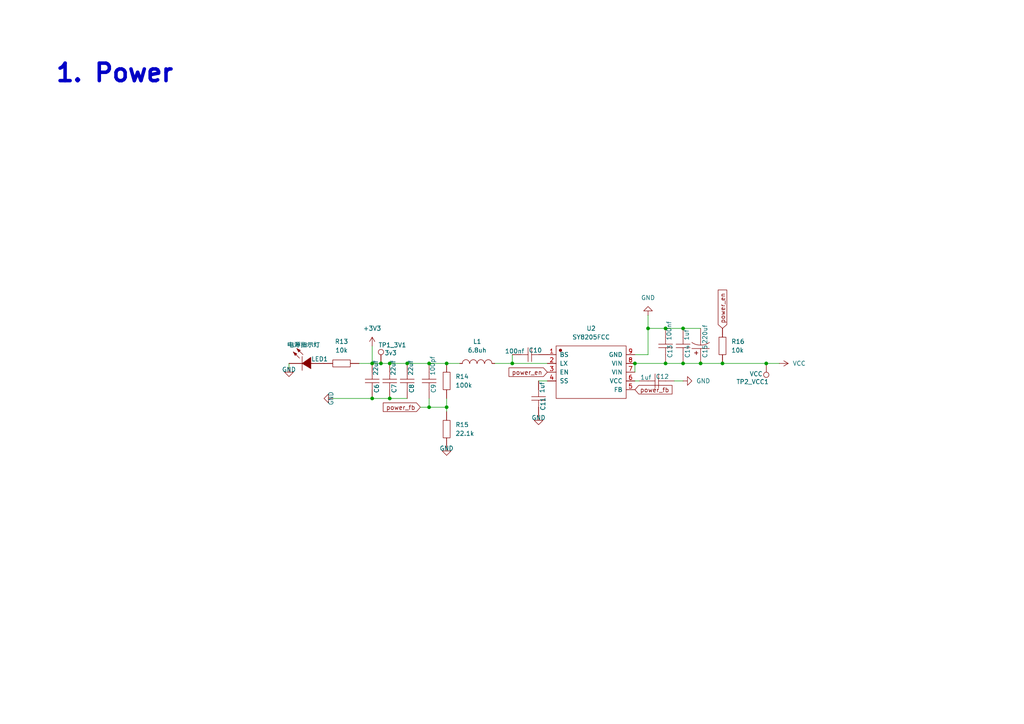
<source format=kicad_sch>
(kicad_sch (version 20231120) (generator "eeschema") (generator_version "8.0")
  (paper "A4")
  (lib_symbols
    (symbol "Connector:TestPoint" (pin_numbers hide) (pin_names (offset 0.762) hide)
      (property "Reference" "TP" (at 0 6.858 0))
      (property "Value" "TestPoint" (at 0 5.08 0))
      (symbol "TestPoint_0_1"
        (circle (center 0 3.302) (radius 0.762))
      )
      (symbol "TestPoint_1_1"
        (pin passive line (at 0 0 90) (length 2.54) (name "1") (number "1"))
      )
    )
    (symbol "EG2134_single_motor_drive:FC-2012HRK-620D" (pin_numbers hide) (pin_names (offset 1.016) hide)
      (property "Reference" "LED" (at -4.572 5.08 0))
      (property "Value" "FC-2012HRK-620D" (at 0.508 -3.302 0))
      (symbol "FC-2012HRK-620D_1_1"
        (polyline (pts (xy -2.032 1.524) (xy -3.81 3.302)) (stroke (width 0.1524)))
        (polyline (pts (xy -1.27 2.032) (xy -1.27 -2.032)) (stroke (width 0.1524)))
        (polyline (pts (xy -1.016 2.54) (xy -2.794 4.318)) (stroke (width 0.1524)))
        (polyline (pts (xy -3.81 3.302) (xy -2.794 2.794) (xy -3.302 2.286) (xy -3.81 3.302)) (stroke (width 0.1524)) (fill (type outline)))
        (polyline (pts (xy -2.794 4.318) (xy -1.778 3.81) (xy -2.286 3.302) (xy -2.794 4.318)) (stroke (width 0.1524)) (fill (type outline)))
        (polyline (pts (xy 1.27 -1.524) (xy -1.27 0) (xy 1.27 1.778) (xy 1.27 -1.524)) (stroke (width 0.1524)) (fill (type outline)))
        (pin input line (at 5.08 0 180) (length 3.81) (name "+") (number "1"))
        (pin input line (at -5.08 0 0) (length 3.81) (name "-") (number "2"))
      )
    )
    (symbol "EG2134_single_motor_drive:FNR6045S6R8MT" (pin_numbers hide) (pin_names (offset 1.016) hide)
      (property "Reference" "L" (at -4.572 2.286 0))
      (property "Value" "FNR6045S6R8MT" (at -0.254 -1.524 0))
      (symbol "FNR6045S6R8MT_1_1"
        (polyline (pts (xy -4.2926 0) (xy -4.2926 0.2032) (xy -4.2672 0.381) (xy -4.191 0.5588) (xy -4.064 0.7366) (xy -3.937 0.8636) (xy -3.7592 0.9652) (xy -3.5814 1.0414) (xy -3.3782 1.0922) (xy -3.175 1.0922) (xy -2.9972 1.0414) (xy -2.794 0.9652) (xy -2.6416 0.8636) (xy -2.4892 0.7112) (xy -2.3876 0.5588) (xy -2.3114 0.381) (xy -2.286 0.1778) (xy -2.286 0)) (stroke (width 0.1524)))
        (polyline (pts (xy -2.1336 0) (xy -2.1336 0.2032) (xy -2.1082 0.381) (xy -2.032 0.5588) (xy -1.905 0.7366) (xy -1.778 0.8636) (xy -1.6002 0.9652) (xy -1.4224 1.0414) (xy -1.2192 1.0922) (xy -1.0414 1.0922) (xy -0.8382 1.0414) (xy -0.6604 0.9652) (xy -0.4826 0.8636) (xy -0.3556 0.7112) (xy -0.2286 0.5588) (xy -0.1524 0.381) (xy -0.127 0.1778) (xy -0.127 0)) (stroke (width 0.1524)))
        (polyline (pts (xy 0 0) (xy 0 0.2032) (xy 0.0508 0.381) (xy 0.127 0.5588) (xy 0.2286 0.7366) (xy 0.381 0.8636) (xy 0.5334 0.9652) (xy 0.7366 1.0414) (xy 0.9144 1.0922) (xy 1.1176 1.0922) (xy 1.3208 1.0414) (xy 1.4986 0.9652) (xy 1.6764 0.8636) (xy 1.8034 0.7112) (xy 1.905 0.5588) (xy 1.9812 0.381) (xy 2.032 0.1778) (xy 2.032 0)) (stroke (width 0.1524)))
        (polyline (pts (xy 2.1844 0) (xy 2.2098 0.2032) (xy 2.2352 0.381) (xy 2.3114 0.5588) (xy 2.4384 0.7366) (xy 2.5654 0.8636) (xy 2.7432 0.9652) (xy 2.921 1.0414) (xy 3.1242 1.0922) (xy 3.302 1.0922) (xy 3.5052 1.0414) (xy 3.683 0.9652) (xy 3.8608 0.8636) (xy 3.9878 0.7112) (xy 4.1148 0.5588) (xy 4.191 0.381) (xy 4.2164 0.1778) (xy 4.2164 0)) (stroke (width 0.1524)))
        (pin input line (at -5.08 0 0) (length 0.762) (name "1") (number "1"))
        (pin input line (at 5.08 0 180) (length 0.762) (name "2") (number "2"))
      )
    )
    (symbol "EG2134_single_motor_drive:SY8205FCC" (pin_names (offset 1.016))
      (property "Reference" "U" (at -8.89 9.144 0))
      (property "Value" "SY8205FCC" (at 0 -9.144 0))
      (symbol "SY8205FCC_1_1"
        (rectangle (start -10.16 7.62) (end 10.16 -7.62) (stroke (width 0.1524)))
        (circle (center -8.89 6.35) (radius 0.381) (stroke (width 0.1524)) (fill (type outline)))
        (pin input line (at -12.7 5.08 0) (length 2.54) (name "BS") (number "1"))
        (pin input line (at -12.7 2.54 0) (length 2.54) (name "LX") (number "2"))
        (pin input line (at -12.7 0 0) (length 2.54) (name "EN") (number "3"))
        (pin input line (at -12.7 -2.54 0) (length 2.54) (name "SS") (number "4"))
        (pin input line (at 12.7 -5.08 180) (length 2.54) (name "FB") (number "5"))
        (pin input line (at 12.7 -2.54 180) (length 2.54) (name "VCC") (number "6"))
        (pin input line (at 12.7 0 180) (length 2.54) (name "VIN") (number "7"))
        (pin input line (at 12.7 2.54 180) (length 2.54) (name "VIN") (number "8"))
        (pin input line (at 12.7 5.08 180) (length 2.54) (name "GND") (number "9"))
      )
    )
    (symbol "EG2134_single_motor_drive:cap" (pin_numbers hide) (pin_names (offset 1.016) hide)
      (property "Reference" "C" (at -4.064 1.27 0))
      (property "Value" "cap" (at 2.286 1.27 0))
      (symbol "cap_1_1"
        (polyline (pts (xy -0.508 -2.032) (xy -0.508 2.032)) (stroke (width 0.1524)))
        (polyline (pts (xy -0.508 0) (xy -2.54 0)) (stroke (width 0.1524)))
        (polyline (pts (xy 0.508 2.032) (xy 0.508 -2.032)) (stroke (width 0.1524)))
        (polyline (pts (xy 2.54 0) (xy 0.508 0)) (stroke (width 0.1524)))
        (pin input line (at -5.08 0 0) (length 2.54) (name "1") (number "1"))
        (pin input line (at 5.08 0 180) (length 2.54) (name "2") (number "2"))
      )
    )
    (symbol "EG2134_single_motor_drive:cap_pol" (pin_numbers hide) (pin_names (offset 1.016) hide)
      (property "Reference" "C" (at -3.81 1.524 0))
      (property "Value" "cap_pol" (at 4.826 1.778 0))
      (symbol "cap_pol_1_1"
        (rectangle (start -2.54 1.27) (end -1.524 1.2192) (stroke (width 0.1524)) (fill (type outline)))
        (rectangle (start -2.032 1.778) (end -2.0066 0.762) (stroke (width 0.1524)) (fill (type outline)))
        (polyline (pts (xy -0.762 2.54) (xy -0.762 -2.54)) (stroke (width 0.1524)))
        (arc (start 0.254 -0.0254) (mid 0.426 -1.3574) (end 1.016 -2.5654) (stroke (width 0.1524)))
        (arc (start 1.016 2.54) (mid 0.4182 1.3339) (end 0.254 0) (stroke (width 0.1524)))
        (pin input line (at -5.08 0 0) (length 4.318) (name "1") (number "1"))
        (pin input line (at 5.08 0 180) (length 4.826) (name "2") (number "2"))
      )
    )
    (symbol "EG2134_single_motor_drive:res" (pin_numbers hide) (pin_names (offset 1.016) hide)
      (property "Reference" "R" (at -2.032 2.032 0))
      (property "Value" "val" (at -0.254 -2.032 0))
      (symbol "res_1_1"
        (rectangle (start -2.54 1.016) (end 2.54 -1.016) (stroke (width 0.1524)))
        (pin input line (at -5.08 0 0) (length 2.54) (name "1") (number "1"))
        (pin input line (at 5.08 0 180) (length 2.54) (name "2") (number "2"))
      )
    )
    (symbol "power:+3V3" (power) (pin_numbers hide) (pin_names (offset 0) hide)
      (property "Value" "+3V3" (at 0 3.556 0))
      (symbol "+3V3_0_1"
        (polyline (pts (xy -0.762 1.27) (xy 0 2.54)))
        (polyline (pts (xy 0 0) (xy 0 2.54)))
        (polyline (pts (xy 0 2.54) (xy 0.762 1.27)))
      )
      (symbol "+3V3_1_1"
        (pin power_in line (at 0 0 90) (length 0) (name "~") (number "1"))
      )
    )
    (symbol "power:GND" (power) (pin_numbers hide) (pin_names (offset 0) hide)
      (property "Value" "GND" (at 0 -3.81 0))
      (symbol "GND_0_1"
        (polyline (pts (xy 0 0) (xy 0 -1.27) (xy 1.27 -1.27) (xy 0 -2.54) (xy -1.27 -1.27) (xy 0 -1.27)))
      )
      (symbol "GND_1_1"
        (pin power_in line (at 0 0 270) (length 0) (name "~") (number "1"))
      )
    )
    (symbol "power:VCC" (power) (pin_numbers hide) (pin_names (offset 0) hide)
      (property "Value" "VCC" (at 0 3.556 0))
      (symbol "VCC_0_1"
        (polyline (pts (xy -0.762 1.27) (xy 0 2.54)))
        (polyline (pts (xy 0 0) (xy 0 2.54)))
        (polyline (pts (xy 0 2.54) (xy 0.762 1.27)))
      )
      (symbol "VCC_1_1"
        (pin power_in line (at 0 0 90) (length 0) (name "~") (number "1"))
      )
    )
  )
  (junction (at 107.95 105.41))
  (junction (at 148.59 105.41))
  (junction (at 198.12 105.41))
  (junction (at 193.04 95.25))
  (junction (at 110.49 105.41))
  (junction (at 129.54 118.11))
  (junction (at 222.25 105.41))
  (junction (at 187.96 95.25))
  (junction (at 118.11 105.41))
  (junction (at 113.03 105.41))
  (junction (at 129.54 105.41))
  (junction (at 193.04 105.41))
  (junction (at 113.03 115.57))
  (junction (at 124.46 118.11))
  (junction (at 203.2 105.41))
  (junction (at 124.46 105.41))
  (junction (at 107.95 115.57))
  (junction (at 198.12 95.25))
  (junction (at 209.55 105.41))
  (junction (at 184.15 105.41))
  (wire (pts (xy 198.12 95.25) (xy 203.2 95.25)))
  (wire (pts (xy 129.54 118.11) (xy 129.54 115.57)))
  (wire (pts (xy 107.95 115.57) (xy 113.03 115.57)))
  (wire (pts (xy 110.49 105.41) (xy 113.03 105.41)))
  (wire (pts (xy 143.51 105.41) (xy 148.59 105.41)))
  (wire (pts (xy 121.92 118.11) (xy 124.46 118.11)))
  (wire (pts (xy 129.54 105.41) (xy 133.35 105.41)))
  (wire (pts (xy 107.95 100.33) (xy 107.95 105.41)))
  (wire (pts (xy 104.14 105.41) (xy 107.95 105.41)))
  (wire (pts (xy 226.06 105.41) (xy 222.25 105.41)))
  (wire (pts (xy 83.82 106.68) (xy 83.82 105.41)))
  (wire (pts (xy 187.96 95.25) (xy 187.96 102.87)))
  (wire (pts (xy 148.59 102.87) (xy 148.59 105.41)))
  (wire (pts (xy 193.04 95.25) (xy 198.12 95.25)))
  (wire (pts (xy 184.15 105.41) (xy 193.04 105.41)))
  (wire (pts (xy 187.96 95.25) (xy 193.04 95.25)))
  (wire (pts (xy 187.96 102.87) (xy 184.15 102.87)))
  (wire (pts (xy 129.54 119.38) (xy 129.54 118.11)))
  (wire (pts (xy 209.55 105.41) (xy 203.2 105.41)))
  (wire (pts (xy 148.59 105.41) (xy 158.75 105.41)))
  (wire (pts (xy 124.46 115.57) (xy 124.46 118.11)))
  (wire (pts (xy 198.12 110.49) (xy 195.58 110.49)))
  (wire (pts (xy 156.21 110.49) (xy 158.75 110.49)))
  (wire (pts (xy 113.03 115.57) (xy 118.11 115.57)))
  (wire (pts (xy 124.46 105.41) (xy 129.54 105.41)))
  (wire (pts (xy 124.46 118.11) (xy 129.54 118.11)))
  (wire (pts (xy 118.11 105.41) (xy 124.46 105.41)))
  (wire (pts (xy 185.42 110.49) (xy 184.15 110.49)))
  (wire (pts (xy 222.25 105.41) (xy 209.55 105.41)))
  (wire (pts (xy 107.95 105.41) (xy 110.49 105.41)))
  (wire (pts (xy 193.04 105.41) (xy 198.12 105.41)))
  (wire (pts (xy 198.12 105.41) (xy 203.2 105.41)))
  (wire (pts (xy 187.96 91.44) (xy 187.96 95.25)))
  (wire (pts (xy 184.15 105.41) (xy 184.15 107.95)))
  (wire (pts (xy 113.03 105.41) (xy 118.11 105.41)))
  (wire (pts (xy 96.52 115.57) (xy 107.95 115.57)))
  (text "1. Power" (at 33.274 21.336 0) (effects (font (size 5.08 5.08) (thickness 1.016) (bold yes))))
  (global_label "power_en" (shape input) (at 209.55 95.25 90) (property "Intersheetrefs" "${INTERSHEET_REFS}" (effects (hide yes))))
  (global_label "power_fb" (shape input) (at 121.92 118.11 180) (property "Intersheetrefs" "${INTERSHEET_REFS}" (effects (hide yes))))
  (global_label "power_fb" (shape input) (at 184.15 113.03 0) (property "Intersheetrefs" "${INTERSHEET_REFS}" (effects (hide yes))))
  (global_label "power_en" (shape input) (at 158.75 107.95 180) (property "Intersheetrefs" "${INTERSHEET_REFS}" (effects (hide yes))))
  (symbol (lib_id "EG2134_single_motor_drive:cap_pol") (at 203.2 100.33 90) (unit 1)
    (property "Reference" "C15" (at 204.47 103.886 0) (effects (justify left)))
    (property "Value" "220uf" (at 204.47 99.822 0) (effects (justify left)))
    (property "Footprint" "EG2134_single_motor_drive:cap_pol" (effects (hide yes)))
    (property "SuppliersPartNumber" "C2944314" (effects (hide yes)))
    (property "uuid" "std:cdededd6aee44e188457283325dabdba" (effects (hide yes)))
  )
  (symbol (lib_id "EG2134_single_motor_drive:SY8205FCC") (at 171.45 107.95 0) (unit 1)
    (property "Reference" "U2" (at 171.45 95.25 0))
    (property "Value" "SY8205FCC" (at 171.45 97.79 0))
    (property "Footprint" "EG2134_single_motor_drive:SY8205FCC" (effects (hide yes)))
    (property "Datasheet" "http://www.szlcsc.com/product/details_113104.html" (effects (hide yes)))
    (property "SuppliersPartNumber" "C111875" (effects (hide yes)))
    (property "uuid" "std:8618ffef54ed476aa8072682ea465f1e" (effects (hide yes)))
  )
  (symbol (lib_id "EG2134_single_motor_drive:res") (at 209.55 100.33 90) (unit 1)
    (property "Reference" "R16" (at 212.09 99.0599 90) (effects (justify right)))
    (property "Value" "10k" (at 212.09 101.5999 90) (effects (justify right)))
    (property "Footprint" "EG2134_single_motor_drive:R0402" (effects (hide yes)))
    (property "Datasheet" "http://www.szlcsc.com/product/details_26547.html" (effects (hide yes)))
    (property "SuppliersPartNumber" "C25804" (effects (hide yes)))
    (property "uuid" "std:b210af5a1436310a86e8b108e2e5a90b" (effects (hide yes)))
  )
  (symbol (lib_id "power:GND") (at 156.21 120.65 0) (unit 1)
    (property "Reference" "#PWR016" (effects (hide yes)))
    (property "Value" "GND" (at 158.242 121.158 0) (effects (justify right)))
    (property "Description" "Power symbol creates a global label with name \"GND\" , ground" (effects (hide yes)))
  )
  (symbol (lib_id "power:GND") (at 129.54 129.54 0) (unit 1)
    (property "Reference" "#PWR015" (effects (hide yes)))
    (property "Value" "GND" (at 131.572 130.048 0) (effects (justify right)))
    (property "Description" "Power symbol creates a global label with name \"GND\" , ground" (effects (hide yes)))
  )
  (symbol (lib_id "EG2134_single_motor_drive:res") (at 129.54 110.49 270) (unit 1)
    (property "Reference" "R14" (at 132.08 109.2199 90) (effects (justify left)))
    (property "Value" "100k" (at 132.08 111.7599 90) (effects (justify left)))
    (property "Footprint" "EG2134_single_motor_drive:R0603" (effects (hide yes)))
    (property "Datasheet" "http://www.szlcsc.com/product/details_26547.html" (effects (hide yes)))
    (property "SuppliersPartNumber" "C25804" (effects (hide yes)))
    (property "uuid" "std:b210af5a1436310a86e8b108e2e5a90b" (effects (hide yes)))
  )
  (symbol (lib_id "power:GND") (at 83.82 106.68 0) (unit 1)
    (property "Reference" "#PWR012" (effects (hide yes)))
    (property "Value" "GND" (at 85.852 107.188 0) (effects (justify right)))
    (property "Description" "Power symbol creates a global label with name \"GND\" , ground" (effects (hide yes)))
  )
  (symbol (lib_id "EG2134_single_motor_drive:FNR6045S6R8MT") (at 138.43 105.41 0) (unit 1)
    (property "Reference" "L1" (at 138.4046 99.06 0))
    (property "Value" "6.8uh" (at 138.4046 101.6 0))
    (property "Footprint" "EG2134_single_motor_drive:FNR6045S6R8MT" (effects (hide yes)))
    (property "Datasheet" "http://www.szlcsc.com/product/details_179455.html" (effects (hide yes)))
    (property "SuppliersPartNumber" "C168072" (effects (hide yes)))
    (property "uuid" "std:c2fd1583c19d405ea37b1e4c4ba52a5f" (effects (hide yes)))
  )
  (symbol (lib_id "power:VCC") (at 226.06 105.41 270) (unit 1)
    (property "Reference" "#PWR019" (effects (hide yes)))
    (property "Value" "VCC" (at 229.87 105.4099 90) (effects (justify left)))
    (property "Description" "Power symbol creates a global label with name \"VCC\"" (effects (hide yes)))
  )
  (symbol (lib_id "EG2134_single_motor_drive:cap") (at 113.03 110.49 270) (unit 1)
    (property "Reference" "C7" (at 114.3 114.046 0) (effects (justify right)))
    (property "Value" "22uf" (at 114.046 108.966 0) (effects (justify right)))
    (property "Footprint" "EG2134_single_motor_drive:C0603" (effects (hide yes)))
    (property "Datasheet" "http://www.szlcsc.com/product/details_16532.html" (effects (hide yes)))
    (property "SuppliersPartNumber" "C15850" (effects (hide yes)))
    (property "uuid" "std:7a0c79967d0e7ae293044fb82790899a" (effects (hide yes)))
  )
  (symbol (lib_id "EG2134_single_motor_drive:res") (at 129.54 124.46 270) (unit 1)
    (property "Reference" "R15" (at 132.08 123.1899 90) (effects (justify left)))
    (property "Value" "22.1k" (at 132.08 125.7299 90) (effects (justify left)))
    (property "Footprint" "EG2134_single_motor_drive:R0603" (effects (hide yes)))
    (property "Datasheet" "http://www.szlcsc.com/product/details_26547.html" (effects (hide yes)))
    (property "SuppliersPartNumber" "C25804" (effects (hide yes)))
    (property "uuid" "std:b210af5a1436310a86e8b108e2e5a90b" (effects (hide yes)))
  )
  (symbol (lib_id "EG2134_single_motor_drive:cap") (at 118.11 110.49 270) (unit 1)
    (property "Reference" "C8" (at 119.38 114.046 0) (effects (justify right)))
    (property "Value" "22uf" (at 119.126 108.966 0) (effects (justify right)))
    (property "Footprint" "EG2134_single_motor_drive:C0603" (effects (hide yes)))
    (property "Datasheet" "http://www.szlcsc.com/product/details_16532.html" (effects (hide yes)))
    (property "SuppliersPartNumber" "C15850" (effects (hide yes)))
    (property "uuid" "std:7a0c79967d0e7ae293044fb82790899a" (effects (hide yes)))
  )
  (symbol (lib_id "EG2134_single_motor_drive:cap") (at 153.67 102.87 0) (unit 1)
    (property "Reference" "C10" (at 157.226 101.6 0) (effects (justify right)))
    (property "Value" "100nf" (at 152.146 101.854 0) (effects (justify right)))
    (property "Footprint" "EG2134_single_motor_drive:C0603" (effects (hide yes)))
    (property "Datasheet" "http://www.szlcsc.com/product/details_16532.html" (effects (hide yes)))
    (property "SuppliersPartNumber" "C15850" (effects (hide yes)))
    (property "uuid" "std:7a0c79967d0e7ae293044fb82790899a" (effects (hide yes)))
  )
  (symbol (lib_id "power:GND") (at 198.12 110.49 90) (unit 1)
    (property "Reference" "#PWR018" (effects (hide yes)))
    (property "Value" "GND" (at 201.93 110.4899 90) (effects (justify right)))
    (property "Description" "Power symbol creates a global label with name \"GND\" , ground" (effects (hide yes)))
  )
  (symbol (lib_id "EG2134_single_motor_drive:FC-2012HRK-620D") (at 88.9 105.41 0) (unit 1)
    (property "Reference" "LED1" (at 92.71 104.14 0))
    (property "Value" "电源指示灯" (at 88.138 100.076 0))
    (property "Footprint" "EG2134_single_motor_drive:NCD0805R1" (effects (hide yes)))
    (property "Datasheet" "http://www.szlcsc.com/product/details_85425.html" (effects (hide yes)))
    (property "SuppliersPartNumber" "C84256" (effects (hide yes)))
    (property "uuid" "std:45aa9db41fe55f139f756074a7ef37a0" (effects (hide yes)))
  )
  (symbol (lib_id "EG2134_single_motor_drive:cap") (at 156.21 115.57 270) (unit 1)
    (property "Reference" "C11" (at 157.48 119.126 0) (effects (justify right)))
    (property "Value" "1uf" (at 157.226 114.046 0) (effects (justify right)))
    (property "Footprint" "EG2134_single_motor_drive:C0603" (effects (hide yes)))
    (property "Datasheet" "http://www.szlcsc.com/product/details_16532.html" (effects (hide yes)))
    (property "SuppliersPartNumber" "C15850" (effects (hide yes)))
    (property "uuid" "std:7a0c79967d0e7ae293044fb82790899a" (effects (hide yes)))
  )
  (symbol (lib_id "Connector:TestPoint") (at 110.49 105.41 0) (unit 1)
    (property "Reference" "TP1_3V1" (at 109.728 100.076 0) (effects (justify left)))
    (property "Value" "3v3" (at 111.506 102.362 0) (effects (justify left)))
    (property "Footprint" "TestPoint:TestPoint_Pad_D1.5mm" (effects (hide yes)))
    (property "Description" "test point" (effects (hide yes)))
  )
  (symbol (lib_id "power:GND") (at 187.96 91.44 180) (unit 1)
    (property "Reference" "#PWR017" (effects (hide yes)))
    (property "Value" "GND" (at 187.96 86.36 0))
    (property "Description" "Power symbol creates a global label with name \"GND\" , ground" (effects (hide yes)))
  )
  (symbol (lib_id "EG2134_single_motor_drive:cap") (at 190.5 110.49 0) (unit 1)
    (property "Reference" "C12" (at 194.056 109.22 0) (effects (justify right)))
    (property "Value" "1uf" (at 188.976 109.474 0) (effects (justify right)))
    (property "Footprint" "EG2134_single_motor_drive:C0603" (effects (hide yes)))
    (property "Datasheet" "http://www.szlcsc.com/product/details_16532.html" (effects (hide yes)))
    (property "SuppliersPartNumber" "C15850" (effects (hide yes)))
    (property "uuid" "std:7a0c79967d0e7ae293044fb82790899a" (effects (hide yes)))
  )
  (symbol (lib_id "EG2134_single_motor_drive:res") (at 99.06 105.41 0) (unit 1)
    (property "Reference" "R13" (at 99.06 99.06 0))
    (property "Value" "10k" (at 99.06 101.6 0))
    (property "Footprint" "EG2134_single_motor_drive:R0402" (effects (hide yes)))
    (property "Datasheet" "http://www.szlcsc.com/product/details_26547.html" (effects (hide yes)))
    (property "SuppliersPartNumber" "C25804" (effects (hide yes)))
    (property "uuid" "std:b210af5a1436310a86e8b108e2e5a90b" (effects (hide yes)))
  )
  (symbol (lib_id "power:+3V3") (at 107.95 100.33 0) (unit 1)
    (property "Reference" "#PWR014" (effects (hide yes)))
    (property "Value" "+3V3" (at 107.95 95.25 0))
    (property "Description" "Power symbol creates a global label with name \"+3V3\"" (effects (hide yes)))
  )
  (symbol (lib_id "EG2134_single_motor_drive:cap") (at 107.95 110.49 270) (unit 1)
    (property "Reference" "C6" (at 109.22 114.046 0) (effects (justify right)))
    (property "Value" "22uf" (at 108.966 108.966 0) (effects (justify right)))
    (property "Footprint" "EG2134_single_motor_drive:C0603" (effects (hide yes)))
    (property "Datasheet" "http://www.szlcsc.com/product/details_16532.html" (effects (hide yes)))
    (property "SuppliersPartNumber" "C15850" (effects (hide yes)))
    (property "uuid" "std:7a0c79967d0e7ae293044fb82790899a" (effects (hide yes)))
  )
  (symbol (lib_id "Connector:TestPoint") (at 222.25 105.41 180) (unit 1)
    (property "Reference" "TP2_VCC1" (at 223.012 110.744 0) (effects (justify left)))
    (property "Value" "VCC" (at 221.234 108.458 0) (effects (justify left)))
    (property "Footprint" "TestPoint:TestPoint_Pad_D1.5mm" (effects (hide yes)))
    (property "Description" "test point" (effects (hide yes)))
  )
  (symbol (lib_id "EG2134_single_motor_drive:cap") (at 124.46 110.49 270) (unit 1)
    (property "Reference" "C9" (at 125.73 114.046 0) (effects (justify right)))
    (property "Value" "100pf" (at 125.476 108.966 0) (effects (justify right)))
    (property "Footprint" "EG2134_single_motor_drive:C0603" (effects (hide yes)))
    (property "Datasheet" "http://www.szlcsc.com/product/details_16532.html" (effects (hide yes)))
    (property "SuppliersPartNumber" "C15850" (effects (hide yes)))
    (property "uuid" "std:7a0c79967d0e7ae293044fb82790899a" (effects (hide yes)))
  )
  (symbol (lib_id "EG2134_single_motor_drive:cap") (at 198.12 100.33 270) (unit 1)
    (property "Reference" "C14" (at 199.39 103.886 0) (effects (justify right)))
    (property "Value" "1uf" (at 199.136 98.806 0) (effects (justify right)))
    (property "Footprint" "EG2134_single_motor_drive:C0603" (effects (hide yes)))
    (property "Datasheet" "http://www.szlcsc.com/product/details_16532.html" (effects (hide yes)))
    (property "SuppliersPartNumber" "C15850" (effects (hide yes)))
    (property "uuid" "std:7a0c79967d0e7ae293044fb82790899a" (effects (hide yes)))
  )
  (symbol (lib_id "power:GND") (at 96.52 115.57 270) (unit 1)
    (property "Reference" "#PWR013" (effects (hide yes)))
    (property "Value" "GND" (at 96.012 117.602 0) (effects (justify right)))
    (property "Description" "Power symbol creates a global label with name \"GND\" , ground" (effects (hide yes)))
  )
  (symbol (lib_id "EG2134_single_motor_drive:cap") (at 193.04 100.33 270) (unit 1)
    (property "Reference" "C13" (at 194.31 103.886 0) (effects (justify right)))
    (property "Value" "100nf" (at 194.056 98.806 0) (effects (justify right)))
    (property "Footprint" "EG2134_single_motor_drive:C0603" (effects (hide yes)))
    (property "Datasheet" "http://www.szlcsc.com/product/details_16532.html" (effects (hide yes)))
    (property "SuppliersPartNumber" "C15850" (effects (hide yes)))
    (property "uuid" "std:7a0c79967d0e7ae293044fb82790899a" (effects (hide yes)))
  )
)
</source>
